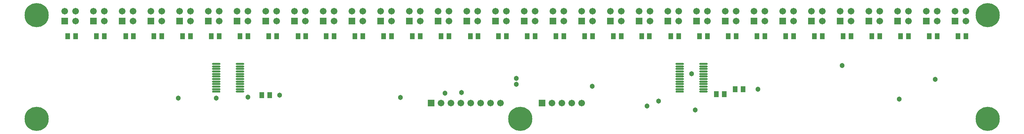
<source format=gbs>
%FSLAX25Y25*%
%MOIN*%
G70*
G01*
G75*
G04 Layer_Color=12632256*
%ADD10R,0.03937X0.05118*%
%ADD11R,0.05118X0.03937*%
%ADD12O,0.10236X0.02362*%
%ADD13R,0.10236X0.02362*%
%ADD14R,0.07677X0.01378*%
%ADD15O,0.07677X0.01378*%
%ADD16C,0.01000*%
%ADD17C,0.01300*%
%ADD18C,0.03000*%
%ADD19C,0.02000*%
%ADD20R,0.05906X0.05906*%
%ADD21C,0.05906*%
%ADD22R,0.05906X0.05906*%
%ADD23C,0.05906*%
%ADD24C,0.04331*%
%ADD25C,0.23622*%
%ADD26C,0.01500*%
%ADD27R,0.04737X0.05918*%
%ADD28R,0.05918X0.04737*%
%ADD29O,0.11036X0.03162*%
%ADD30R,0.11036X0.03162*%
%ADD31R,0.08477X0.02178*%
%ADD32O,0.08477X0.02178*%
%ADD33R,0.06706X0.06706*%
%ADD34C,0.06706*%
%ADD35R,0.06706X0.06706*%
%ADD36C,0.06706*%
%ADD37C,0.05131*%
%ADD38C,0.24422*%
D27*
X1107563Y453500D02*
D03*
X1115437D02*
D03*
X1078563D02*
D03*
X1086437D02*
D03*
X1049563D02*
D03*
X1057437D02*
D03*
X1020563D02*
D03*
X1028437D02*
D03*
X991563D02*
D03*
X999437D02*
D03*
X962563D02*
D03*
X970437D02*
D03*
X933563D02*
D03*
X941437D02*
D03*
X904563D02*
D03*
X912437D02*
D03*
X875563D02*
D03*
X883437D02*
D03*
X846563D02*
D03*
X854437D02*
D03*
X817563D02*
D03*
X825437D02*
D03*
X788063D02*
D03*
X795937D02*
D03*
X759563D02*
D03*
X767437D02*
D03*
X730563D02*
D03*
X738437D02*
D03*
X701563D02*
D03*
X709437D02*
D03*
X680437D02*
D03*
X672563D02*
D03*
X643563D02*
D03*
X651437D02*
D03*
X615063D02*
D03*
X622937D02*
D03*
X585563D02*
D03*
X593437D02*
D03*
X556563D02*
D03*
X564437D02*
D03*
X527563D02*
D03*
X535437D02*
D03*
X498563D02*
D03*
X506437D02*
D03*
X469563D02*
D03*
X477437D02*
D03*
X441063D02*
D03*
X448937D02*
D03*
X411563D02*
D03*
X419437D02*
D03*
X382563D02*
D03*
X390437D02*
D03*
X353563D02*
D03*
X361437D02*
D03*
X324563D02*
D03*
X332437D02*
D03*
X295563D02*
D03*
X303437D02*
D03*
X267063D02*
D03*
X274937D02*
D03*
X237563D02*
D03*
X245437D02*
D03*
X216437D02*
D03*
X208563D02*
D03*
X890437Y400000D02*
D03*
X882563D02*
D03*
X863563Y395000D02*
D03*
X871437D02*
D03*
X412437Y394000D02*
D03*
X404563D02*
D03*
D31*
X358492Y397425D02*
D03*
X826492D02*
D03*
D32*
X382508Y425575D02*
D03*
Y423016D02*
D03*
Y420457D02*
D03*
Y417898D02*
D03*
Y415339D02*
D03*
Y412780D02*
D03*
Y410220D02*
D03*
Y407661D02*
D03*
Y405102D02*
D03*
Y402543D02*
D03*
Y399984D02*
D03*
Y397425D02*
D03*
X358492Y425575D02*
D03*
Y423016D02*
D03*
Y420457D02*
D03*
Y417898D02*
D03*
Y415339D02*
D03*
Y412780D02*
D03*
Y410220D02*
D03*
Y407661D02*
D03*
Y405102D02*
D03*
Y402543D02*
D03*
Y399984D02*
D03*
X850508Y425575D02*
D03*
Y423016D02*
D03*
Y420457D02*
D03*
Y417898D02*
D03*
Y415339D02*
D03*
Y412780D02*
D03*
Y410220D02*
D03*
Y407661D02*
D03*
Y405102D02*
D03*
Y402543D02*
D03*
Y399984D02*
D03*
Y397425D02*
D03*
X826492Y425575D02*
D03*
Y423016D02*
D03*
Y420457D02*
D03*
Y417898D02*
D03*
Y415339D02*
D03*
Y412780D02*
D03*
Y410220D02*
D03*
Y407661D02*
D03*
Y405102D02*
D03*
Y402543D02*
D03*
Y399984D02*
D03*
D33*
X687500Y386000D02*
D03*
X575500D02*
D03*
D34*
X697500D02*
D03*
X707500D02*
D03*
X717500D02*
D03*
X727500D02*
D03*
X645500D02*
D03*
X635500D02*
D03*
X625500D02*
D03*
X615500D02*
D03*
X605500D02*
D03*
X595500D02*
D03*
X585500D02*
D03*
D35*
X1104488Y469000D02*
D03*
X1075488D02*
D03*
X1046488D02*
D03*
X1017488D02*
D03*
X988488D02*
D03*
X959488D02*
D03*
X930488D02*
D03*
X901488D02*
D03*
X872488D02*
D03*
X843488D02*
D03*
X814488D02*
D03*
X785488D02*
D03*
X756488D02*
D03*
X727488D02*
D03*
X698488D02*
D03*
X669488D02*
D03*
X640488D02*
D03*
X611488D02*
D03*
X582488D02*
D03*
X553488D02*
D03*
X524488D02*
D03*
X495488D02*
D03*
X466488D02*
D03*
X437488D02*
D03*
X379488D02*
D03*
X350488D02*
D03*
X321488D02*
D03*
X292488D02*
D03*
X263488D02*
D03*
X234488D02*
D03*
X205488D02*
D03*
X408488D02*
D03*
D36*
X1104488Y479000D02*
D03*
X1115512Y469000D02*
D03*
Y479000D02*
D03*
X1075488D02*
D03*
X1086512Y469000D02*
D03*
Y479000D02*
D03*
X1046488D02*
D03*
X1057512Y469000D02*
D03*
Y479000D02*
D03*
X1017488D02*
D03*
X1028512Y469000D02*
D03*
Y479000D02*
D03*
X988488D02*
D03*
X999512Y469000D02*
D03*
Y479000D02*
D03*
X959488D02*
D03*
X970512Y469000D02*
D03*
Y479000D02*
D03*
X930488D02*
D03*
X941512Y469000D02*
D03*
Y479000D02*
D03*
X901488D02*
D03*
X912512Y469000D02*
D03*
Y479000D02*
D03*
X872488D02*
D03*
X883512Y469000D02*
D03*
Y479000D02*
D03*
X843488D02*
D03*
X854512Y469000D02*
D03*
Y479000D02*
D03*
X814488D02*
D03*
X825512Y469000D02*
D03*
Y479000D02*
D03*
X785488D02*
D03*
X796512Y469000D02*
D03*
Y479000D02*
D03*
X756488D02*
D03*
X767512Y469000D02*
D03*
Y479000D02*
D03*
X727488D02*
D03*
X738512Y469000D02*
D03*
Y479000D02*
D03*
X698488D02*
D03*
X709512Y469000D02*
D03*
Y479000D02*
D03*
X669488D02*
D03*
X680512Y469000D02*
D03*
Y479000D02*
D03*
X640488D02*
D03*
X651512Y469000D02*
D03*
Y479000D02*
D03*
X611488D02*
D03*
X622512Y469000D02*
D03*
Y479000D02*
D03*
X582488D02*
D03*
X593512Y469000D02*
D03*
Y479000D02*
D03*
X553488D02*
D03*
X564512Y469000D02*
D03*
Y479000D02*
D03*
X524488D02*
D03*
X535512Y469000D02*
D03*
Y479000D02*
D03*
X495488D02*
D03*
X506512Y469000D02*
D03*
Y479000D02*
D03*
X466488D02*
D03*
X477512Y469000D02*
D03*
Y479000D02*
D03*
X437488D02*
D03*
X448512Y469000D02*
D03*
Y479000D02*
D03*
X379488D02*
D03*
X390512Y469000D02*
D03*
Y479000D02*
D03*
X350488D02*
D03*
X361512Y469000D02*
D03*
Y479000D02*
D03*
X321488D02*
D03*
X332512Y469000D02*
D03*
Y479000D02*
D03*
X292488D02*
D03*
X303512Y469000D02*
D03*
Y479000D02*
D03*
X263488D02*
D03*
X274512Y469000D02*
D03*
Y479000D02*
D03*
X234488D02*
D03*
X245512Y469000D02*
D03*
Y479000D02*
D03*
X205488D02*
D03*
X216512Y469000D02*
D03*
Y479000D02*
D03*
X408488D02*
D03*
X419512Y469000D02*
D03*
Y479000D02*
D03*
D37*
X320000Y391000D02*
D03*
X838500Y415500D02*
D03*
X990457Y423957D02*
D03*
X1084500Y410000D02*
D03*
X422500Y394000D02*
D03*
X1048000Y390000D02*
D03*
X905500Y400000D02*
D03*
X390500Y392000D02*
D03*
X358500Y391000D02*
D03*
X544500Y391500D02*
D03*
X589500Y396000D02*
D03*
X661500Y411000D02*
D03*
Y405000D02*
D03*
X606000Y396500D02*
D03*
X738000Y403000D02*
D03*
X842000Y379000D02*
D03*
X793500Y383000D02*
D03*
X805000Y388000D02*
D03*
D38*
X177000Y475000D02*
D03*
Y370000D02*
D03*
X665500D02*
D03*
X1137500Y475000D02*
D03*
Y370000D02*
D03*
M02*

</source>
